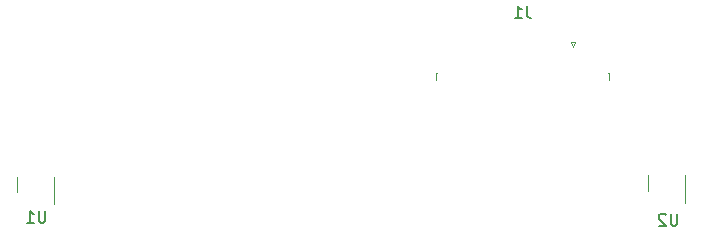
<source format=gbr>
%TF.GenerationSoftware,KiCad,Pcbnew,6.0.11-2627ca5db0~126~ubuntu22.04.1*%
%TF.CreationDate,2024-01-14T00:56:42+01:00*%
%TF.ProjectId,sda_trie_kbd,7364615f-7472-4696-955f-6b62642e6b69,rev?*%
%TF.SameCoordinates,PX2f34f60PY1c9b1e8*%
%TF.FileFunction,Legend,Bot*%
%TF.FilePolarity,Positive*%
%FSLAX46Y46*%
G04 Gerber Fmt 4.6, Leading zero omitted, Abs format (unit mm)*
G04 Created by KiCad (PCBNEW 6.0.11-2627ca5db0~126~ubuntu22.04.1) date 2024-01-14 00:56:42*
%MOMM*%
%LPD*%
G01*
G04 APERTURE LIST*
%ADD10C,0.150000*%
%ADD11C,0.120000*%
G04 APERTURE END LIST*
D10*
X57011904Y-19706884D02*
X57011904Y-20516408D01*
X56964285Y-20611646D01*
X56916666Y-20659265D01*
X56821428Y-20706884D01*
X56630952Y-20706884D01*
X56535714Y-20659265D01*
X56488095Y-20611646D01*
X56440476Y-20516408D01*
X56440476Y-19706884D01*
X56011904Y-19802123D02*
X55964285Y-19754504D01*
X55869047Y-19706884D01*
X55630952Y-19706884D01*
X55535714Y-19754504D01*
X55488095Y-19802123D01*
X55440476Y-19897361D01*
X55440476Y-19992599D01*
X55488095Y-20135456D01*
X56059523Y-20706884D01*
X55440476Y-20706884D01*
X44252733Y-2107084D02*
X44252733Y-2821370D01*
X44300352Y-2964227D01*
X44395590Y-3059465D01*
X44538447Y-3107084D01*
X44633685Y-3107084D01*
X43252733Y-3107084D02*
X43824161Y-3107084D01*
X43538447Y-3107084D02*
X43538447Y-2107084D01*
X43633685Y-2249942D01*
X43728923Y-2345180D01*
X43824161Y-2392799D01*
X3511904Y-19456884D02*
X3511904Y-20266408D01*
X3464285Y-20361646D01*
X3416666Y-20409265D01*
X3321428Y-20456884D01*
X3130952Y-20456884D01*
X3035714Y-20409265D01*
X2988095Y-20361646D01*
X2940476Y-20266408D01*
X2940476Y-19456884D01*
X1940476Y-20456884D02*
X2511904Y-20456884D01*
X2226190Y-20456884D02*
X2226190Y-19456884D01*
X2321428Y-19599742D01*
X2416666Y-19694980D01*
X2511904Y-19742599D01*
D11*
X57660000Y-17104504D02*
X57660000Y-18779504D01*
X54540000Y-17104504D02*
X54540000Y-16454504D01*
X57660000Y-17104504D02*
X57660000Y-16454504D01*
X54540000Y-17104504D02*
X54540000Y-17754504D01*
X36704400Y-7794704D02*
X36594400Y-7794704D01*
X51244400Y-7794704D02*
X51244400Y-8394704D01*
X48369400Y-5204704D02*
X48169400Y-5604704D01*
X36594400Y-7794704D02*
X36594400Y-8394704D01*
X47969400Y-5204704D02*
X48369400Y-5204704D01*
X48169400Y-5604704D02*
X47969400Y-5204704D01*
X51134400Y-7794704D02*
X51244400Y-7794704D01*
X4260000Y-17204504D02*
X4260000Y-16554504D01*
X4260000Y-17204504D02*
X4260000Y-18879504D01*
X1140000Y-17204504D02*
X1140000Y-17854504D01*
X1140000Y-17204504D02*
X1140000Y-16554504D01*
M02*

</source>
